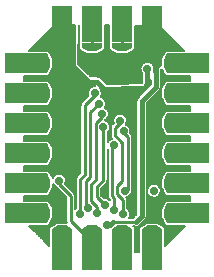
<source format=gbl>
G04 DipTrace 2.4.0.2*
%INPCA9685.gbl*%
%MOMM*%
%ADD10C,0.25*%
%ADD13C,0.152*%
%ADD14C,0.4*%
%ADD15C,0.254*%
%ADD20R,1.7X1.6*%
%ADD21R,1.7X2.032*%
%ADD22R,1.6X1.7*%
%ADD23R,2.032X1.7*%
%ADD32C,0.711*%
%FSLAX53Y53*%
G04*
G71*
G90*
G75*
G01*
%LNBottom*%
%LPD*%
X19009Y20787D2*
D10*
X18922D1*
X19398Y20311D1*
Y15773D1*
X19142D1*
X19107Y15737D1*
X16581Y24008D2*
Y23814D1*
X15719Y22952D1*
Y17085D1*
X15347Y16713D1*
Y13826D1*
X15285Y13764D1*
X16009Y14242D2*
X15820D1*
Y16515D1*
X16202Y16898D1*
Y22363D1*
X16933Y23093D1*
X17171Y22237D2*
Y21987D1*
X16648Y21464D1*
Y16661D1*
X16252Y16265D1*
Y14897D1*
X16785Y14363D1*
Y13851D1*
X17295Y21120D2*
Y16607D1*
X16724Y16037D1*
Y15202D1*
X17412Y14514D1*
X18190Y14126D2*
Y15098D1*
X18024Y15264D1*
Y19421D1*
X18169Y19566D1*
X18715Y21657D2*
Y21486D1*
X18273Y21044D1*
Y20447D1*
X18916Y19804D1*
Y16589D1*
X18457Y16131D1*
Y15453D1*
X18975Y14935D1*
Y13765D1*
X18640Y22917D2*
D14*
X19301D1*
X21034Y24650D1*
Y26056D1*
X13810Y30320D2*
Y27195D1*
X16034Y24971D1*
X16787D1*
X18640Y23118D1*
Y22917D1*
X13810Y30320D2*
Y29050D1*
Y27888D1*
X12433Y26510D2*
D10*
X11270D1*
X10000D1*
X12433Y23970D2*
X11270D1*
X10000D1*
Y21430D2*
X11270D1*
X12433D1*
Y18890D2*
X11270D1*
X10000D1*
Y16350D2*
X11270D1*
X12433D1*
Y13810D2*
X11270D1*
X10000D1*
X13810Y12433D2*
Y11270D1*
Y10000D1*
X13547Y16590D2*
Y16287D1*
X14524Y15309D1*
Y13174D1*
X16387Y11311D1*
Y10000D1*
X16350D1*
Y12433D2*
Y11270D1*
Y10000D1*
X18890Y12433D2*
Y11270D1*
Y10000D1*
X21430Y12433D2*
Y11270D1*
Y10000D1*
X23970Y13810D2*
X25240D1*
X23970D2*
X22808D1*
Y16350D2*
X23970D1*
X25240D1*
X22808Y18890D2*
X23970D1*
X25240D1*
X22808Y21430D2*
X23970D1*
X22808Y23970D2*
X23970D1*
X25240D1*
Y26510D2*
X23970D1*
X22808D2*
X23970D1*
X16350Y27888D2*
Y29050D1*
Y30320D2*
Y29050D1*
X18890Y27888D2*
Y29050D1*
Y30320D2*
Y29050D1*
X16286Y25915D2*
D14*
X18891D1*
X19367Y25438D1*
X21430Y30320D2*
Y29050D1*
Y27888D1*
X17614Y12826D2*
X17847D1*
X18120Y13099D1*
D15*
X20092D1*
D14*
X20541Y13547D1*
Y23339D1*
X21751Y24549D1*
Y27567D1*
X21430Y27888D1*
D32*
X19009Y20787D3*
X19107Y15737D3*
X21034Y26056D3*
X18640Y22917D3*
X16286Y25915D3*
X19367Y25438D3*
X16581Y24008D3*
X16933Y23093D3*
X17171Y22237D3*
X18715Y21657D3*
X17295Y21120D3*
X18169Y19566D3*
X18190Y14126D3*
X18975Y13765D3*
X15285Y13764D3*
X16009Y14242D3*
X16785Y13851D3*
X17412Y14514D3*
X21568Y15736D3*
X17614Y12826D3*
X13547Y16590D3*
X17383Y15796D3*
X13051Y29595D2*
D13*
X14873D1*
X12903Y29447D2*
X14873D1*
X12754Y29298D2*
X14873D1*
X12604Y29149D2*
X14873D1*
X12457Y29001D2*
X14870D1*
X12307Y28852D2*
X14870D1*
X12160Y28703D2*
X14870D1*
X12010Y28555D2*
X14870D1*
X11861Y28406D2*
X14870D1*
X11713Y28257D2*
X14868D1*
X11564Y28109D2*
X14868D1*
X11417Y27960D2*
X14868D1*
X11267Y27811D2*
X14868D1*
X11117Y27663D2*
X14866D1*
X12720Y27514D2*
X14866D1*
X12806Y27365D2*
X14866D1*
X12882Y27217D2*
X14866D1*
X12958Y27068D2*
X14863D1*
X13034Y26919D2*
X14863D1*
X13048Y26771D2*
X14863D1*
X13048Y26622D2*
X14863D1*
X13048Y26473D2*
X14861D1*
X13048Y26325D2*
X14861D1*
X13048Y26176D2*
X14923D1*
X12996Y26027D2*
X15077D1*
X12920Y25879D2*
X15231D1*
X22199D2*
X22321D1*
X12844Y25730D2*
X15386D1*
X22199D2*
X22397D1*
X12768Y25581D2*
X15540D1*
X22199D2*
X22473D1*
X12599Y25433D2*
X15692D1*
X22199D2*
X22641D1*
X10591Y25284D2*
X15846D1*
X22199D2*
X24648D1*
X10591Y25135D2*
X16001D1*
X22199D2*
X24648D1*
X12709Y24987D2*
X16155D1*
X21190D2*
X21302D1*
X22199D2*
X22532D1*
X12799Y24838D2*
X16310D1*
X21033D2*
X21302D1*
X22199D2*
X22442D1*
X12875Y24689D2*
X16464D1*
X20876D2*
X21264D1*
X22199D2*
X22366D1*
X12951Y24541D2*
X16312D1*
X20693D2*
X21114D1*
X22199D2*
X22287D1*
X13027Y24392D2*
X16117D1*
X17043D2*
X20965D1*
X13048Y24243D2*
X16025D1*
X17136D2*
X20817D1*
X22073D2*
X22190D1*
X13048Y24095D2*
X15982D1*
X17178D2*
X20668D1*
X21926D2*
X22190D1*
X13048Y23946D2*
X15979D1*
X17183D2*
X20520D1*
X21776D2*
X22190D1*
X13048Y23797D2*
X16015D1*
X17145D2*
X20371D1*
X21629D2*
X22190D1*
X13048Y23649D2*
X15894D1*
X17143D2*
X20221D1*
X21479D2*
X22190D1*
X13003Y23500D2*
X15744D1*
X17373D2*
X20124D1*
X21330D2*
X22238D1*
X12927Y23351D2*
X15597D1*
X17478D2*
X20093D1*
X21183D2*
X22314D1*
X12851Y23203D2*
X15447D1*
X17527D2*
X20093D1*
X21033D2*
X22390D1*
X12775Y23054D2*
X15360D1*
X17537D2*
X20093D1*
X20990D2*
X22466D1*
X12637Y22905D2*
X15345D1*
X17506D2*
X20093D1*
X20990D2*
X22603D1*
X10591Y22757D2*
X15345D1*
X17466D2*
X20093D1*
X20990D2*
X24648D1*
X10591Y22608D2*
X15345D1*
X17644D2*
X20093D1*
X20990D2*
X24648D1*
X12694Y22459D2*
X15345D1*
X17732D2*
X20093D1*
X20990D2*
X22544D1*
X12792Y22311D2*
X15345D1*
X17772D2*
X20093D1*
X20990D2*
X22449D1*
X12868Y22162D2*
X15345D1*
X17772D2*
X18395D1*
X19033D2*
X20093D1*
X20990D2*
X22371D1*
X12946Y22013D2*
X15345D1*
X17732D2*
X18231D1*
X19199D2*
X20093D1*
X20990D2*
X22295D1*
X13022Y21865D2*
X15345D1*
X17644D2*
X18148D1*
X19283D2*
X20093D1*
X20990D2*
X22219D1*
X13048Y21716D2*
X15345D1*
X17461D2*
X18112D1*
X19316D2*
X20093D1*
X20990D2*
X22190D1*
X13048Y21567D2*
X15345D1*
X17694D2*
X18117D1*
X19313D2*
X20093D1*
X20990D2*
X22190D1*
X13048Y21419D2*
X15345D1*
X17820D2*
X18126D1*
X19268D2*
X20093D1*
X20990D2*
X22190D1*
X13048Y21270D2*
X15345D1*
X17881D2*
X17979D1*
X19363D2*
X20093D1*
X20990D2*
X22190D1*
X13048Y21121D2*
X15345D1*
X19511D2*
X20093D1*
X20990D2*
X22190D1*
X13010Y20973D2*
X15345D1*
X19584D2*
X20093D1*
X20990D2*
X22230D1*
X12934Y20824D2*
X15345D1*
X17820D2*
X17899D1*
X19613D2*
X20093D1*
X20990D2*
X22306D1*
X12858Y20675D2*
X15345D1*
X17696D2*
X17898D1*
X19603D2*
X20093D1*
X20990D2*
X22382D1*
X12780Y20527D2*
X15345D1*
X17670D2*
X17898D1*
X19701D2*
X20093D1*
X20990D2*
X22458D1*
X12663Y20378D2*
X15345D1*
X17670D2*
X17906D1*
X19767D2*
X20093D1*
X20990D2*
X22577D1*
X10591Y20229D2*
X15345D1*
X17670D2*
X17972D1*
X19772D2*
X20093D1*
X20990D2*
X24648D1*
X10591Y20081D2*
X15345D1*
X17670D2*
X17865D1*
X19772D2*
X20093D1*
X20990D2*
X24648D1*
X12678Y19932D2*
X15345D1*
X19772D2*
X20093D1*
X20990D2*
X22561D1*
X12787Y19783D2*
X15345D1*
X19772D2*
X20093D1*
X20990D2*
X22454D1*
X12863Y19635D2*
X15345D1*
X19772D2*
X20093D1*
X20990D2*
X22378D1*
X12939Y19486D2*
X15345D1*
X19772D2*
X20093D1*
X20990D2*
X22302D1*
X13015Y19337D2*
X15345D1*
X19772D2*
X20093D1*
X20990D2*
X22226D1*
X13048Y19189D2*
X15345D1*
X19772D2*
X20093D1*
X20990D2*
X22190D1*
X13048Y19040D2*
X15345D1*
X19772D2*
X20093D1*
X20990D2*
X22190D1*
X13048Y18891D2*
X15345D1*
X19772D2*
X20093D1*
X20990D2*
X22190D1*
X13048Y18743D2*
X15345D1*
X19772D2*
X20093D1*
X20990D2*
X22190D1*
X13048Y18594D2*
X15345D1*
X19772D2*
X20093D1*
X20990D2*
X22190D1*
X13017Y18445D2*
X15345D1*
X19772D2*
X20093D1*
X20990D2*
X22223D1*
X12939Y18297D2*
X15345D1*
X19772D2*
X20093D1*
X20990D2*
X22299D1*
X12863Y18148D2*
X15345D1*
X19772D2*
X20093D1*
X20990D2*
X22375D1*
X12787Y17999D2*
X15345D1*
X19772D2*
X20093D1*
X20990D2*
X22454D1*
X12682Y17851D2*
X15345D1*
X19772D2*
X20093D1*
X20990D2*
X22558D1*
X10591Y17702D2*
X15345D1*
X19772D2*
X20093D1*
X20990D2*
X24648D1*
X10591Y17553D2*
X15345D1*
X19772D2*
X20093D1*
X20990D2*
X24648D1*
X12659Y17405D2*
X15345D1*
X19772D2*
X20093D1*
X20990D2*
X22582D1*
X12780Y17256D2*
X15345D1*
X19772D2*
X20093D1*
X20990D2*
X22461D1*
X12856Y17107D2*
X13248D1*
X13846D2*
X15219D1*
X19772D2*
X20093D1*
X20990D2*
X22385D1*
X12932Y16959D2*
X13072D1*
X14022D2*
X15072D1*
X19772D2*
X20093D1*
X20990D2*
X22309D1*
X14110Y16810D2*
X14987D1*
X19772D2*
X20093D1*
X20990D2*
X22230D1*
X14148Y16661D2*
X14972D1*
X19772D2*
X20093D1*
X20990D2*
X22190D1*
X14145Y16513D2*
X14972D1*
X19772D2*
X20093D1*
X20990D2*
X22190D1*
X14105Y16364D2*
X14972D1*
X19772D2*
X20093D1*
X20990D2*
X22190D1*
X14141Y16215D2*
X14972D1*
X17425D2*
X17649D1*
X19772D2*
X20093D1*
X20990D2*
X21209D1*
X21926D2*
X22190D1*
X13048Y16067D2*
X13248D1*
X14288D2*
X14972D1*
X17278D2*
X17649D1*
X19772D2*
X20093D1*
X22071D2*
X22190D1*
X13022Y15918D2*
X13393D1*
X14438D2*
X14972D1*
X17128D2*
X17649D1*
X19772D2*
X20093D1*
X12946Y15769D2*
X13540D1*
X14587D2*
X14972D1*
X17098D2*
X17649D1*
X19772D2*
X20093D1*
X22171D2*
X22295D1*
X12870Y15621D2*
X13690D1*
X14734D2*
X14972D1*
X17098D2*
X17649D1*
X19739D2*
X20093D1*
X22161D2*
X22371D1*
X12794Y15472D2*
X13840D1*
X14858D2*
X14972D1*
X17098D2*
X17649D1*
X19648D2*
X20093D1*
X22109D2*
X22447D1*
X12699Y15323D2*
X13987D1*
X17126D2*
X17649D1*
X19541D2*
X20093D1*
X20990D2*
X21133D1*
X22004D2*
X22542D1*
X10591Y15175D2*
X14136D1*
X17273D2*
X17661D1*
X19297D2*
X20093D1*
X20990D2*
X21373D1*
X21762D2*
X24648D1*
X10591Y15026D2*
X14151D1*
X19337D2*
X20093D1*
X20990D2*
X24648D1*
X12630Y14877D2*
X14151D1*
X19349D2*
X20093D1*
X20990D2*
X22608D1*
X12773Y14729D2*
X14151D1*
X19349D2*
X20093D1*
X20990D2*
X22468D1*
X12849Y14580D2*
X14151D1*
X19349D2*
X20093D1*
X20990D2*
X22392D1*
X12925Y14431D2*
X14151D1*
X19349D2*
X20093D1*
X20990D2*
X22314D1*
X13003Y14283D2*
X14151D1*
X19349D2*
X20093D1*
X20990D2*
X22238D1*
X13048Y14134D2*
X14151D1*
X19449D2*
X20093D1*
X20990D2*
X22190D1*
X13048Y13985D2*
X14151D1*
X19537D2*
X20093D1*
X20990D2*
X22190D1*
X13048Y13837D2*
X14151D1*
X19575D2*
X20093D1*
X20990D2*
X22190D1*
X13048Y13688D2*
X14151D1*
X19575D2*
X20053D1*
X20990D2*
X22190D1*
X13048Y13539D2*
X14151D1*
X19534D2*
X19905D1*
X20990D2*
X22190D1*
X13029Y13391D2*
X14151D1*
X20962D2*
X22211D1*
X12953Y13242D2*
X14151D1*
X20864D2*
X22287D1*
X12877Y13093D2*
X14160D1*
X20715D2*
X22363D1*
X12801Y12945D2*
X13241D1*
X20567D2*
X20860D1*
X22000D2*
X22439D1*
X12711Y12796D2*
X12951D1*
X20418D2*
X20570D1*
X22289D2*
X22527D1*
X11129Y12647D2*
X12742D1*
X19957D2*
X20364D1*
X22498D2*
X24111D1*
X11276Y12499D2*
X12711D1*
X19988D2*
X20330D1*
X22529D2*
X23962D1*
X11426Y12350D2*
X12711D1*
X19988D2*
X20330D1*
X22529D2*
X23815D1*
X11573Y12201D2*
X12711D1*
X19988D2*
X20330D1*
X22529D2*
X23665D1*
X11723Y12053D2*
X12711D1*
X19988D2*
X20330D1*
X22529D2*
X23518D1*
X11873Y11904D2*
X12711D1*
X19988D2*
X20330D1*
X22529D2*
X23368D1*
X12020Y11755D2*
X12711D1*
X19988D2*
X20330D1*
X22529D2*
X23218D1*
X12169Y11607D2*
X12711D1*
X19988D2*
X20330D1*
X22529D2*
X23071D1*
X12317Y11458D2*
X12711D1*
X19988D2*
X20330D1*
X22529D2*
X22922D1*
X12466Y11309D2*
X12711D1*
X19988D2*
X20330D1*
X22529D2*
X22774D1*
X12616Y11161D2*
X12711D1*
X19988D2*
X20330D1*
X22529D2*
X22624D1*
X19988Y11012D2*
X20330D1*
X19988Y10863D2*
X20330D1*
X19988Y10715D2*
X20330D1*
X19974Y12000D2*
Y10577D1*
X20347Y10576D1*
X20346Y11604D1*
X20348Y12304D1*
X20347Y12315D1*
X20346Y12530D1*
X20358Y12605D1*
X20394Y12672D1*
X20451Y12725D1*
X20541Y12773D1*
X20998Y13008D1*
X21072Y13031D1*
X21181Y13034D1*
X21755D1*
X21832Y13021D1*
X21930Y12973D1*
X22387Y12738D1*
X22448Y12693D1*
X22491Y12631D1*
X22512Y12556D1*
X22514Y12454D1*
Y11033D1*
X23376Y11897D1*
X24204Y12725D1*
X22936Y12726D1*
X22710D1*
X22635Y12738D1*
X22568Y12774D1*
X22515Y12831D1*
X22467Y12921D1*
X22232Y13378D1*
X22209Y13452D1*
X22206Y13561D1*
Y14135D1*
X22219Y14212D1*
X22267Y14310D1*
X22502Y14767D1*
X22547Y14828D1*
X22609Y14871D1*
X22684Y14892D1*
X22786Y14894D1*
X24663D1*
X24664Y15265D1*
X22936Y15266D1*
X22710D1*
X22635Y15278D1*
X22568Y15314D1*
X22515Y15371D1*
X22467Y15461D1*
X22232Y15918D1*
X22209Y15992D1*
X22206Y16101D1*
Y16675D1*
X22219Y16752D1*
X22267Y16850D1*
X22502Y17307D1*
X22547Y17368D1*
X22609Y17411D1*
X22684Y17432D1*
X22786Y17434D1*
X24663D1*
X24664Y17806D1*
X22936Y17808D1*
X22871Y17806D1*
X22710D1*
X22635Y17818D1*
X22568Y17854D1*
X22515Y17911D1*
X22467Y18001D1*
X22232Y18458D1*
X22209Y18532D1*
X22206Y18641D1*
Y19215D1*
X22219Y19292D1*
X22267Y19390D1*
X22502Y19847D1*
X22547Y19908D1*
X22609Y19951D1*
X22684Y19972D1*
X22786Y19974D1*
X24663D1*
X24664Y20347D1*
X23636Y20346D1*
X22936Y20348D1*
X22871Y20346D1*
X22710D1*
X22635Y20358D1*
X22568Y20394D1*
X22515Y20451D1*
X22467Y20541D1*
X22232Y20998D1*
X22209Y21072D1*
X22206Y21181D1*
Y21755D1*
X22219Y21832D1*
X22267Y21930D1*
X22502Y22387D1*
X22547Y22448D1*
X22609Y22491D1*
X22684Y22512D1*
X22786Y22514D1*
X24663D1*
X24664Y22889D1*
X24396Y22886D1*
X22936Y22888D1*
X22871Y22886D1*
X22710D1*
X22635Y22898D1*
X22568Y22934D1*
X22515Y22991D1*
X22467Y23081D1*
X22232Y23538D1*
X22209Y23612D1*
X22206Y23721D1*
Y24295D1*
X22219Y24372D1*
X22267Y24470D1*
X22502Y24927D1*
X22547Y24988D1*
X22609Y25031D1*
X22684Y25052D1*
X22786Y25054D1*
X24663D1*
X24664Y25425D1*
X22936Y25426D1*
X22710D1*
X22635Y25438D1*
X22568Y25474D1*
X22515Y25531D1*
X22467Y25621D1*
X22261Y26018D1*
X22184Y25945D1*
X22185Y24549D1*
X22178Y24473D1*
X22159Y24400D1*
X22126Y24331D1*
X22058Y24242D1*
X20975Y23159D1*
Y13547D1*
X20968Y13472D1*
X20949Y13398D1*
X20917Y13330D1*
X20848Y13240D1*
X20399Y12792D1*
X20341Y12743D1*
X20275Y12705D1*
X20204Y12679D1*
X20129Y12666D1*
X20053D1*
X19979Y12680D1*
X19907Y12706D1*
X19852Y12738D1*
X19891Y12709D1*
X19940Y12651D1*
X19968Y12581D1*
X19974Y12454D1*
Y12000D1*
X11036Y27594D2*
X12304Y27592D1*
X12369Y27594D1*
X12530D1*
X12605Y27582D1*
X12672Y27546D1*
X12725Y27489D1*
X12773Y27399D1*
X13008Y26942D1*
X13031Y26868D1*
X13034Y26759D1*
Y26185D1*
X13021Y26108D1*
X12973Y26010D1*
X12738Y25553D1*
X12693Y25492D1*
X12631Y25449D1*
X12556Y25428D1*
X12454Y25426D1*
X10577D1*
X10576Y25055D1*
X12304Y25054D1*
X12530D1*
X12605Y25042D1*
X12672Y25006D1*
X12725Y24949D1*
X12773Y24859D1*
X13008Y24402D1*
X13031Y24328D1*
X13034Y24219D1*
Y23645D1*
X13021Y23568D1*
X12973Y23470D1*
X12738Y23013D1*
X12693Y22952D1*
X12631Y22909D1*
X12556Y22888D1*
X12454Y22886D1*
X10577D1*
X10576Y22514D1*
X12304Y22512D1*
X12369Y22514D1*
X12530D1*
X12605Y22502D1*
X12672Y22466D1*
X12725Y22409D1*
X12773Y22319D1*
X13008Y21862D1*
X13031Y21788D1*
X13034Y21679D1*
Y21105D1*
X13021Y21028D1*
X12973Y20930D1*
X12738Y20473D1*
X12693Y20412D1*
X12631Y20369D1*
X12556Y20348D1*
X12454Y20346D1*
X10577D1*
X10576Y19973D1*
X11604Y19974D1*
X12304Y19972D1*
X12369Y19974D1*
X12530D1*
X12605Y19962D1*
X12672Y19926D1*
X12725Y19869D1*
X12773Y19779D1*
X13008Y19322D1*
X13031Y19248D1*
X13034Y19139D1*
Y18565D1*
X13021Y18488D1*
X12973Y18390D1*
X12738Y17933D1*
X12693Y17872D1*
X12631Y17829D1*
X12556Y17808D1*
X12454Y17806D1*
X10577D1*
X10576Y17431D1*
X10844Y17434D1*
X12304Y17432D1*
X12369Y17434D1*
X12530D1*
X12605Y17422D1*
X12672Y17386D1*
X12725Y17329D1*
X12773Y17239D1*
X12997Y16803D1*
X13020Y16856D1*
X13059Y16922D1*
X13105Y16981D1*
X13159Y17035D1*
X13220Y17081D1*
X13285Y17119D1*
X13355Y17148D1*
X13429Y17168D1*
X13504Y17179D1*
X13580D1*
X13655Y17170D1*
X13729Y17151D1*
X13799Y17123D1*
X13866Y17086D1*
X13927Y17041D1*
X13982Y16989D1*
X14029Y16929D1*
X14069Y16865D1*
X14100Y16795D1*
X14121Y16722D1*
X14136Y16590D1*
X14131Y16515D1*
X14117Y16440D1*
X14093Y16368D1*
X14053Y16290D1*
X14660Y15681D1*
X14778Y15563D1*
X14826Y15504D1*
X14860Y15436D1*
X14877Y15373D1*
X14883Y15233D1*
Y14195D1*
X14958Y14254D1*
X14989Y14272D1*
X14988Y16713D1*
X14996Y16788D1*
X15020Y16860D1*
X15053Y16918D1*
X15147Y17020D1*
X15360Y17237D1*
Y22952D1*
X15368Y23027D1*
X15392Y23100D1*
X15424Y23157D1*
X15519Y23260D1*
X16038Y23779D1*
X16000Y23904D1*
X15992Y23980D1*
X15993Y24056D1*
X16004Y24131D1*
X16024Y24204D1*
X16054Y24274D1*
X16093Y24340D1*
X16139Y24399D1*
X16193Y24453D1*
X16254Y24499D1*
X16319Y24537D1*
X16389Y24566D1*
X16463Y24586D1*
X16574Y24597D1*
X14947Y26167D1*
X14902Y26227D1*
X14878Y26302D1*
X14876Y26412D1*
X14889Y29744D1*
X13186D1*
X11036Y27595D1*
X11250Y27592D1*
X13034Y16297D2*
Y16025D1*
X13021Y15948D1*
X12973Y15850D1*
X12738Y15393D1*
X12693Y15332D1*
X12631Y15289D1*
X12556Y15268D1*
X12454Y15266D1*
X10577D1*
X10576Y14895D1*
X12304Y14894D1*
X12530D1*
X12605Y14882D1*
X12672Y14846D1*
X12725Y14789D1*
X12773Y14699D1*
X13008Y14242D1*
X13031Y14168D1*
X13034Y14059D1*
Y13485D1*
X13021Y13408D1*
X12973Y13310D1*
X12738Y12853D1*
X12693Y12792D1*
X12631Y12749D1*
X12556Y12728D1*
X12454Y12726D1*
X11033D1*
X11897Y11864D1*
X12726Y11036D1*
X12728Y12304D1*
X12727Y12315D1*
X12726Y12530D1*
X12738Y12605D1*
X12774Y12672D1*
X12831Y12725D1*
X12921Y12773D1*
X13378Y13008D1*
X13452Y13031D1*
X13561Y13034D1*
X14137D1*
X14188Y13047D1*
X14171Y13110D1*
X14165Y13250D1*
X14163Y15163D1*
X13298Y16027D1*
X13254Y16079D1*
X13204Y16111D1*
X13145Y16159D1*
X13093Y16214D1*
X13034Y16302D1*
X17166Y23933D2*
X17151Y23858D1*
X17127Y23786D1*
X17094Y23718D1*
X17061Y23668D1*
X17185Y23626D1*
X17252Y23589D1*
X17313Y23544D1*
X17368Y23491D1*
X17415Y23432D1*
X17455Y23367D1*
X17486Y23298D1*
X17507Y23225D1*
X17522Y23093D1*
X17518Y23017D1*
X17503Y22942D1*
X17479Y22870D1*
X17424Y22768D1*
X17491Y22733D1*
X17552Y22688D1*
X17606Y22636D1*
X17654Y22576D1*
X17694Y22512D1*
X17724Y22442D1*
X17746Y22369D1*
X17761Y22237D1*
X17756Y22162D1*
X17742Y22087D1*
X17718Y22015D1*
X17684Y21947D1*
X17643Y21883D1*
X17593Y21826D1*
X17537Y21775D1*
X17474Y21732D1*
X17409Y21698D1*
X17477Y21681D1*
X17548Y21653D1*
X17614Y21616D1*
X17675Y21571D1*
X17730Y21518D1*
X17778Y21459D1*
X17817Y21394D1*
X17848Y21325D1*
X17870Y21252D1*
X17885Y21120D1*
X17880Y21044D1*
X17865Y20970D1*
X17841Y20898D1*
X17808Y20830D1*
X17767Y20766D1*
X17717Y20708D1*
X17655Y20654D1*
X17654Y19854D1*
X17728Y19957D1*
X17781Y20011D1*
X17842Y20057D1*
X17908Y20095D1*
X17978Y20124D1*
X18067Y20146D1*
X17977Y20244D1*
X17941Y20310D1*
X17920Y20383D1*
X17914Y20523D1*
Y21044D1*
X17922Y21119D1*
X17945Y21191D1*
X17978Y21249D1*
X18073Y21351D1*
X18165Y21444D1*
X18134Y21553D1*
X18126Y21629D1*
X18127Y21705D1*
X18138Y21780D1*
X18158Y21853D1*
X18188Y21923D1*
X18227Y21988D1*
X18273Y22048D1*
X18327Y22102D1*
X18388Y22148D1*
X18453Y22186D1*
X18523Y22215D1*
X18597Y22235D1*
X18672Y22245D1*
X18748Y22246D1*
X18823Y22237D1*
X18897Y22218D1*
X18967Y22190D1*
X19034Y22153D1*
X19095Y22108D1*
X19150Y22055D1*
X19197Y21996D1*
X19237Y21931D1*
X19268Y21862D1*
X19289Y21789D1*
X19304Y21657D1*
X19300Y21581D1*
X19285Y21507D1*
X19261Y21435D1*
X19211Y21341D1*
X19261Y21320D1*
X19328Y21283D1*
X19389Y21238D1*
X19444Y21185D1*
X19491Y21126D1*
X19531Y21061D1*
X19562Y20992D1*
X19583Y20919D1*
X19598Y20787D1*
X19594Y20712D1*
X19579Y20639D1*
X19652Y20565D1*
X19700Y20506D1*
X19734Y20438D1*
X19752Y20375D1*
X19758Y20235D1*
Y15773D1*
X19750Y15697D1*
X19726Y15625D1*
X19686Y15558D1*
X19658Y15525D1*
X19620Y15447D1*
X19578Y15383D1*
X19528Y15325D1*
X19472Y15275D1*
X19410Y15231D1*
X19342Y15197D1*
X19250Y15166D1*
X19307Y15072D1*
X19328Y14999D1*
X19334Y14859D1*
Y14230D1*
X19410Y14163D1*
X19457Y14103D1*
X19497Y14039D1*
X19528Y13969D1*
X19549Y13896D1*
X19564Y13765D1*
X19559Y13689D1*
X19545Y13614D1*
X19521Y13542D1*
X19478Y13460D1*
X19841D1*
X20106Y13726D1*
X20107Y23339D1*
X20114Y23414D1*
X20133Y23488D1*
X20165Y23557D1*
X20234Y23646D1*
X21317Y24729D1*
Y25121D1*
X20758Y24590D1*
X20696Y24548D1*
X20603Y24526D1*
X16982Y24438D1*
X17016Y24407D1*
X17063Y24347D1*
X17103Y24283D1*
X17134Y24213D1*
X17155Y24140D1*
X17170Y24008D1*
X17166Y23933D1*
X17334Y15098D2*
X17445Y15103D1*
X17520Y15094D1*
X17594Y15075D1*
X17665Y15047D1*
X17731Y15010D1*
X17792Y14965D1*
X17831Y14927D1*
X17829Y14952D1*
X17770Y15011D1*
X17722Y15070D1*
X17688Y15137D1*
X17670Y15201D1*
X17665Y15340D1*
Y19262D1*
X17654Y19220D1*
Y16607D1*
X17646Y16532D1*
X17623Y16460D1*
X17590Y16402D1*
X17495Y16300D1*
X17084Y15885D1*
X17086Y15348D1*
X17336Y15098D1*
X22153Y15660D2*
X22138Y15586D1*
X22114Y15514D1*
X22081Y15445D1*
X22039Y15382D1*
X21990Y15324D1*
X21933Y15273D1*
X21871Y15230D1*
X21803Y15196D1*
X21732Y15170D1*
X21658Y15153D1*
X21582Y15147D1*
X21506Y15150D1*
X21431Y15163D1*
X21359Y15185D1*
X21290Y15216D1*
X21225Y15256D1*
X21166Y15304D1*
X21114Y15360D1*
X21070Y15421D1*
X21033Y15488D1*
X21006Y15558D1*
X20987Y15632D1*
X20979Y15708D1*
X20980Y15784D1*
X20991Y15859D1*
X21012Y15932D1*
X21041Y16002D1*
X21080Y16067D1*
X21126Y16127D1*
X21180Y16181D1*
X21241Y16227D1*
X21306Y16265D1*
X21377Y16294D1*
X21450Y16314D1*
X21525Y16324D1*
X21601Y16325D1*
X21676Y16316D1*
X21750Y16297D1*
X21821Y16269D1*
X21887Y16232D1*
X21948Y16187D1*
X22003Y16134D1*
X22050Y16075D1*
X22090Y16010D1*
X22121Y15941D1*
X22143Y15868D1*
X22158Y15736D1*
X22153Y15660D1*
X17450Y29605D2*
X17791D1*
X19989D2*
X22078D1*
X17450Y29456D2*
X17791D1*
X19989D2*
X22228D1*
X17450Y29307D2*
X17791D1*
X19989D2*
X22378D1*
X17450Y29158D2*
X17791D1*
X19989D2*
X22528D1*
X17450Y29008D2*
X17791D1*
X19989D2*
X22678D1*
X17450Y28859D2*
X17791D1*
X19989D2*
X22828D1*
X17450Y28710D2*
X17791D1*
X19989D2*
X22978D1*
X17450Y28561D2*
X17791D1*
X19989D2*
X23128D1*
X17450Y28412D2*
X17791D1*
X19989D2*
X23278D1*
X17450Y28263D2*
X17791D1*
X19989D2*
X23428D1*
X17450Y28114D2*
X17791D1*
X19989D2*
X23578D1*
X17450Y27965D2*
X17791D1*
X19989D2*
X23728D1*
X17450Y27816D2*
X17791D1*
X19989D2*
X23878D1*
X15207Y27667D2*
X15284D1*
X17415D2*
X17825D1*
X19955D2*
X24028D1*
X15205Y27518D2*
X15501D1*
X17198D2*
X18041D1*
X19739D2*
X22520D1*
X15205Y27369D2*
X15791D1*
X16907D2*
X18332D1*
X19448D2*
X22435D1*
X15205Y27220D2*
X22359D1*
X15205Y27071D2*
X22282D1*
X15202Y26922D2*
X22206D1*
X15202Y26772D2*
X22189D1*
X15202Y26623D2*
X20856D1*
X21210D2*
X22189D1*
X15202Y26474D2*
X20604D1*
X21465D2*
X22189D1*
X15310Y26325D2*
X20494D1*
X21575D2*
X22118D1*
X15460Y26176D2*
X20442D1*
X21627D2*
X21961D1*
X15607Y26027D2*
X20430D1*
X21639D2*
X21806D1*
X15757Y25878D2*
X20456D1*
X15905Y25729D2*
X20527D1*
X16055Y25580D2*
X20585D1*
X16205Y25431D2*
X20585D1*
X17105Y25282D2*
X20585D1*
X17255Y25133D2*
X20585D1*
X17405Y24984D2*
X20585D1*
X17553Y24835D2*
X20511D1*
X19975Y29711D2*
X19972Y28015D1*
X19975Y27950D1*
Y27790D1*
X19962Y27715D1*
X19927Y27648D1*
X19870Y27595D1*
X19780Y27546D1*
X19322Y27311D1*
X19248Y27288D1*
X19139Y27285D1*
X18565D1*
X18488Y27299D1*
X18390Y27346D1*
X17933Y27581D1*
X17872Y27626D1*
X17828Y27689D1*
X17807Y27764D1*
X17805Y27866D1*
Y29732D1*
X17434Y29734D1*
X17435Y28015D1*
Y27790D1*
X17422Y27715D1*
X17387Y27648D1*
X17330Y27595D1*
X17240Y27546D1*
X16782Y27311D1*
X16708Y27288D1*
X16599Y27285D1*
X16025D1*
X15948Y27299D1*
X15850Y27346D1*
X15393Y27581D1*
X15332Y27626D1*
X15288Y27689D1*
X15267Y27764D1*
X15265Y27866D1*
Y29751D1*
X15200Y29753D1*
X15186Y26432D1*
X15895Y25724D1*
X16214Y25406D1*
X16787D1*
X16863Y25399D1*
X16936Y25380D1*
X17005Y25347D1*
X17094Y25279D1*
X17611Y24762D1*
X18358Y24782D1*
X20565Y24836D1*
X20599Y24878D1*
Y25657D1*
X20534Y25743D1*
X20497Y25810D1*
X20470Y25881D1*
X20452Y25955D1*
X20444Y26030D1*
X20446Y26106D1*
X20457Y26182D1*
X20478Y26255D1*
X20508Y26325D1*
X20547Y26390D1*
X20594Y26450D1*
X20649Y26503D1*
X20710Y26549D1*
X20776Y26587D1*
X20846Y26616D1*
X20920Y26635D1*
X20995Y26645D1*
X21072D1*
X21147Y26635D1*
X21221Y26616D1*
X21291Y26587D1*
X21357Y26550D1*
X21418Y26504D1*
X21473Y26451D1*
X21520Y26391D1*
X21559Y26326D1*
X21589Y26256D1*
X21610Y26183D1*
X21624Y26056D1*
X21619Y25980D1*
X21605Y25905D1*
X21580Y25833D1*
X21550Y25771D1*
X22207Y26395D1*
X22205Y26718D1*
Y26835D1*
X22219Y26912D1*
X22266Y27010D1*
X22501Y27467D1*
X22546Y27528D1*
X22609Y27572D1*
X22684Y27593D1*
X22786Y27595D1*
X24119D1*
X23950Y27760D1*
X22001Y29695D1*
X19972Y29713D1*
X19975Y29437D1*
X19972Y29069D1*
D20*
X21430Y29050D3*
X18890D3*
X16350D3*
X13810D3*
G36*
X18040Y27790D2*
Y28255D1*
X19740D1*
Y27790D1*
X19215Y27520D1*
X18565D1*
X18040Y27790D1*
G37*
G36*
X20580D2*
Y28255D1*
X22280D1*
Y27790D1*
X21755Y27520D1*
X21105D1*
X20580Y27790D1*
G37*
G36*
X12960D2*
Y28255D1*
X14660D1*
Y27790D1*
X14135Y27520D1*
X13485D1*
X12960Y27790D1*
G37*
G36*
X15500D2*
Y28255D1*
X17200D1*
Y27790D1*
X16675Y27520D1*
X16025D1*
X15500Y27790D1*
G37*
D21*
X21430Y30320D3*
X18890D3*
X16350D3*
X13810D3*
D20*
Y11270D3*
X16350D3*
X18890D3*
X21430D3*
G36*
X17200Y12530D2*
Y12065D1*
X15500D1*
Y12530D1*
X16025Y12800D1*
X16675D1*
X17200Y12530D1*
G37*
G36*
X14660D2*
Y12065D1*
X12960D1*
Y12530D1*
X13485Y12800D1*
X14135D1*
X14660Y12530D1*
G37*
G36*
X22280D2*
Y12065D1*
X20580D1*
Y12530D1*
X21105Y12800D1*
X21755D1*
X22280Y12530D1*
G37*
G36*
X19740D2*
Y12065D1*
X18040D1*
Y12530D1*
X18565Y12800D1*
X19215D1*
X19740Y12530D1*
G37*
D21*
X13810Y10000D3*
X16350D3*
X18890D3*
X21430D3*
D22*
X11270Y26510D3*
Y23970D3*
Y21430D3*
Y18890D3*
Y16350D3*
Y13810D3*
G36*
X12530Y23120D2*
X12065D1*
Y24820D1*
X12530D1*
X12800Y24295D1*
Y23645D1*
X12530Y23120D1*
G37*
G36*
Y25660D2*
X12065D1*
Y27360D1*
X12530D1*
X12800Y26835D1*
Y26185D1*
X12530Y25660D1*
G37*
G36*
Y20580D2*
X12065D1*
Y22280D1*
X12530D1*
X12800Y21755D1*
Y21105D1*
X12530Y20580D1*
G37*
G36*
Y15500D2*
X12065D1*
Y17200D1*
X12530D1*
X12800Y16675D1*
Y16025D1*
X12530Y15500D1*
G37*
G36*
Y18040D2*
X12065D1*
Y19740D1*
X12530D1*
X12800Y19215D1*
Y18565D1*
X12530Y18040D1*
G37*
G36*
Y12960D2*
X12065D1*
Y14660D1*
X12530D1*
X12800Y14135D1*
Y13485D1*
X12530Y12960D1*
G37*
D23*
X10000Y26510D3*
Y23970D3*
Y21430D3*
Y18890D3*
Y16350D3*
Y13810D3*
D22*
X23970D3*
Y16350D3*
Y18890D3*
Y21430D3*
Y23970D3*
Y26510D3*
G36*
X22710Y17200D2*
X23175D1*
Y15500D1*
X22710D1*
X22440Y16025D1*
Y16675D1*
X22710Y17200D1*
G37*
G36*
Y14660D2*
X23175D1*
Y12960D1*
X22710D1*
X22440Y13485D1*
Y14135D1*
X22710Y14660D1*
G37*
G36*
Y19740D2*
X23175D1*
Y18040D1*
X22710D1*
X22440Y18565D1*
Y19215D1*
X22710Y19740D1*
G37*
G36*
Y24820D2*
X23175D1*
Y23120D1*
X22710D1*
X22440Y23645D1*
Y24295D1*
X22710Y24820D1*
G37*
G36*
Y22280D2*
X23175D1*
Y20580D1*
X22710D1*
X22440Y21105D1*
Y21755D1*
X22710Y22280D1*
G37*
G36*
Y27360D2*
X23175D1*
Y25660D1*
X22710D1*
X22440Y26185D1*
Y26835D1*
X22710Y27360D1*
G37*
D23*
X25240Y13810D3*
Y16350D3*
Y18890D3*
Y21430D3*
Y23970D3*
Y26510D3*
G36*
X14365Y19603D2*
X14555Y19632D1*
X14703Y19692D1*
X14797Y19768D1*
X14873Y19845D1*
X14936Y19957D1*
X14962Y20022D1*
X14982Y20118D1*
X14992Y20168D1*
X14997Y20251D1*
X14974Y20316D1*
X14936Y20354D1*
X14911Y20379D1*
X14898Y20443D1*
X14903Y20469D1*
X14918Y20519D1*
X14949Y20547D1*
X14867Y20646D1*
X14791Y20596D1*
X14773D1*
X14737Y20684D1*
X14682Y20697D1*
X14581Y20707D1*
X14687Y20454D1*
Y20422D1*
X14680Y20379D1*
X14657Y20369D1*
X14606Y20389D1*
X14543Y20505D1*
X14472Y20676D1*
X14421Y20651D1*
X14367Y20588D1*
X14441Y20397D1*
X14403Y20403D1*
X14365D1*
Y19603D1*
G37*
M02*

</source>
